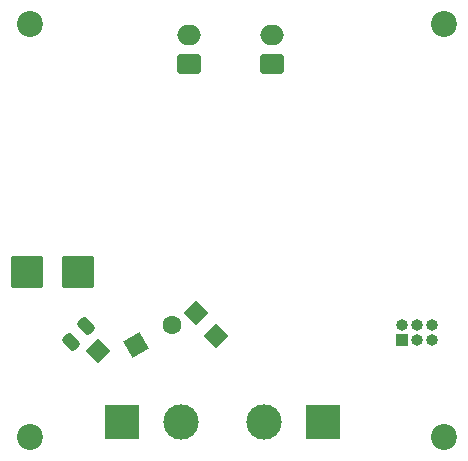
<source format=gbr>
%TF.GenerationSoftware,KiCad,Pcbnew,8.0.4*%
%TF.CreationDate,2024-12-15T23:05:05+02:00*%
%TF.ProjectId,Little Boy - External,4c697474-6c65-4204-926f-79202d204578,rev?*%
%TF.SameCoordinates,Original*%
%TF.FileFunction,Soldermask,Bot*%
%TF.FilePolarity,Negative*%
%FSLAX46Y46*%
G04 Gerber Fmt 4.6, Leading zero omitted, Abs format (unit mm)*
G04 Created by KiCad (PCBNEW 8.0.4) date 2024-12-15 23:05:05*
%MOMM*%
%LPD*%
G01*
G04 APERTURE LIST*
G04 Aperture macros list*
%AMRoundRect*
0 Rectangle with rounded corners*
0 $1 Rounding radius*
0 $2 $3 $4 $5 $6 $7 $8 $9 X,Y pos of 4 corners*
0 Add a 4 corners polygon primitive as box body*
4,1,4,$2,$3,$4,$5,$6,$7,$8,$9,$2,$3,0*
0 Add four circle primitives for the rounded corners*
1,1,$1+$1,$2,$3*
1,1,$1+$1,$4,$5*
1,1,$1+$1,$6,$7*
1,1,$1+$1,$8,$9*
0 Add four rect primitives between the rounded corners*
20,1,$1+$1,$2,$3,$4,$5,0*
20,1,$1+$1,$4,$5,$6,$7,0*
20,1,$1+$1,$6,$7,$8,$9,0*
20,1,$1+$1,$8,$9,$2,$3,0*%
%AMRotRect*
0 Rectangle, with rotation*
0 The origin of the aperture is its center*
0 $1 length*
0 $2 width*
0 $3 Rotation angle, in degrees counterclockwise*
0 Add horizontal line*
21,1,$1,$2,0,0,$3*%
G04 Aperture macros list end*
%ADD10RoundRect,0.250000X-1.125000X-1.125000X1.125000X-1.125000X1.125000X1.125000X-1.125000X1.125000X0*%
%ADD11C,2.200000*%
%ADD12RotRect,1.600000X1.600000X30.000000*%
%ADD13C,1.600000*%
%ADD14R,3.000000X3.000000*%
%ADD15C,3.000000*%
%ADD16R,1.000000X1.000000*%
%ADD17O,1.000000X1.000000*%
%ADD18RoundRect,0.250000X0.750000X-0.600000X0.750000X0.600000X-0.750000X0.600000X-0.750000X-0.600000X0*%
%ADD19O,2.000000X1.700000*%
%ADD20RotRect,1.500000X1.500000X135.000000*%
%ADD21RotRect,1.500000X1.500000X45.000000*%
%ADD22RoundRect,0.250000X0.159099X-0.512652X0.512652X-0.159099X-0.159099X0.512652X-0.512652X0.159099X0*%
G04 APERTURE END LIST*
D10*
%TO.C,J11*%
X129500000Y-66500000D03*
%TD*%
D11*
%TO.C,H12*%
X160500000Y-45500000D03*
%TD*%
%TO.C,H3*%
X125500000Y-45500000D03*
%TD*%
D12*
%TO.C,C8*%
X134468912Y-72749999D03*
D13*
X137500000Y-71000000D03*
%TD*%
D14*
%TO.C,J9*%
X150249999Y-79250002D03*
D15*
X145249999Y-79250002D03*
%TD*%
D16*
%TO.C,SWD*%
X156979999Y-72250000D03*
D17*
X156979999Y-70979999D03*
X158250000Y-72250000D03*
X158249999Y-70980002D03*
X159520000Y-72250001D03*
X159519998Y-70980000D03*
%TD*%
D14*
%TO.C,J8*%
X133250000Y-79250000D03*
D15*
X138250000Y-79250000D03*
%TD*%
D18*
%TO.C,J13*%
X138972499Y-48955001D03*
D19*
X138972500Y-46455001D03*
%TD*%
D10*
%TO.C,J10*%
X125250000Y-66500000D03*
%TD*%
D18*
%TO.C,J14*%
X145972498Y-48955001D03*
D19*
X145972497Y-46455001D03*
%TD*%
D11*
%TO.C,H2*%
X160500000Y-80500000D03*
%TD*%
%TO.C,H6*%
X125500000Y-80500000D03*
%TD*%
D20*
%TO.C,J6*%
X141185353Y-71985841D03*
%TD*%
D21*
%TO.C,J3*%
X131250000Y-73250000D03*
%TD*%
D22*
%TO.C,C11*%
X128906496Y-72421752D03*
X130250000Y-71078248D03*
%TD*%
D20*
%TO.C,J7*%
X139530000Y-70040000D03*
%TD*%
M02*

</source>
